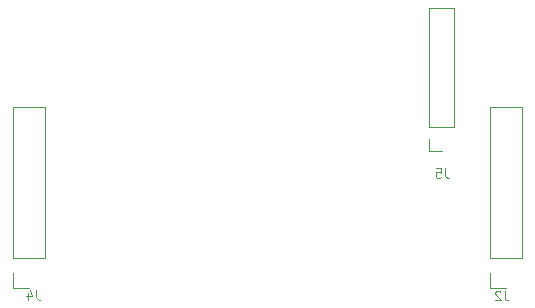
<source format=gbr>
%TF.GenerationSoftware,KiCad,Pcbnew,(7.0.0)*%
%TF.CreationDate,2023-03-19T21:05:42+01:00*%
%TF.ProjectId,ESP32-Touch_board,45535033-322d-4546-9f75-63685f626f61,rev?*%
%TF.SameCoordinates,Original*%
%TF.FileFunction,Legend,Bot*%
%TF.FilePolarity,Positive*%
%FSLAX46Y46*%
G04 Gerber Fmt 4.6, Leading zero omitted, Abs format (unit mm)*
G04 Created by KiCad (PCBNEW (7.0.0)) date 2023-03-19 21:05:42*
%MOMM*%
%LPD*%
G01*
G04 APERTURE LIST*
%ADD10C,0.100000*%
%ADD11C,0.120000*%
G04 APERTURE END LIST*
D10*
%TO.C,J5*%
X87941666Y-111043904D02*
X87941666Y-111615333D01*
X87941666Y-111615333D02*
X87979761Y-111729619D01*
X87979761Y-111729619D02*
X88055952Y-111805809D01*
X88055952Y-111805809D02*
X88170237Y-111843904D01*
X88170237Y-111843904D02*
X88246428Y-111843904D01*
X87179761Y-111043904D02*
X87560713Y-111043904D01*
X87560713Y-111043904D02*
X87598809Y-111424857D01*
X87598809Y-111424857D02*
X87560713Y-111386761D01*
X87560713Y-111386761D02*
X87484523Y-111348666D01*
X87484523Y-111348666D02*
X87294047Y-111348666D01*
X87294047Y-111348666D02*
X87217856Y-111386761D01*
X87217856Y-111386761D02*
X87179761Y-111424857D01*
X87179761Y-111424857D02*
X87141666Y-111501047D01*
X87141666Y-111501047D02*
X87141666Y-111691523D01*
X87141666Y-111691523D02*
X87179761Y-111767714D01*
X87179761Y-111767714D02*
X87217856Y-111805809D01*
X87217856Y-111805809D02*
X87294047Y-111843904D01*
X87294047Y-111843904D02*
X87484523Y-111843904D01*
X87484523Y-111843904D02*
X87560713Y-111805809D01*
X87560713Y-111805809D02*
X87598809Y-111767714D01*
%TO.C,J4*%
X53326666Y-121373904D02*
X53326666Y-121945333D01*
X53326666Y-121945333D02*
X53364761Y-122059619D01*
X53364761Y-122059619D02*
X53440952Y-122135809D01*
X53440952Y-122135809D02*
X53555237Y-122173904D01*
X53555237Y-122173904D02*
X53631428Y-122173904D01*
X52602856Y-121640571D02*
X52602856Y-122173904D01*
X52793332Y-121335809D02*
X52983809Y-121907238D01*
X52983809Y-121907238D02*
X52488570Y-121907238D01*
%TO.C,J2*%
X92976666Y-121413904D02*
X92976666Y-121985333D01*
X92976666Y-121985333D02*
X93014761Y-122099619D01*
X93014761Y-122099619D02*
X93090952Y-122175809D01*
X93090952Y-122175809D02*
X93205237Y-122213904D01*
X93205237Y-122213904D02*
X93281428Y-122213904D01*
X92633809Y-121490095D02*
X92595713Y-121452000D01*
X92595713Y-121452000D02*
X92519523Y-121413904D01*
X92519523Y-121413904D02*
X92329047Y-121413904D01*
X92329047Y-121413904D02*
X92252856Y-121452000D01*
X92252856Y-121452000D02*
X92214761Y-121490095D01*
X92214761Y-121490095D02*
X92176666Y-121566285D01*
X92176666Y-121566285D02*
X92176666Y-121642476D01*
X92176666Y-121642476D02*
X92214761Y-121756761D01*
X92214761Y-121756761D02*
X92671904Y-122213904D01*
X92671904Y-122213904D02*
X92176666Y-122213904D01*
D11*
%TO.C,J5*%
X86605000Y-97475000D02*
X88725000Y-97475000D01*
X86605000Y-107535000D02*
X86605000Y-97475000D01*
X86605000Y-107535000D02*
X88725000Y-107535000D01*
X86605000Y-108535000D02*
X86605000Y-109595000D01*
X86605000Y-109595000D02*
X87665000Y-109595000D01*
X88725000Y-107535000D02*
X88725000Y-97475000D01*
%TO.C,J4*%
X51400000Y-105855000D02*
X54060000Y-105855000D01*
X51400000Y-118615000D02*
X51400000Y-105855000D01*
X51400000Y-118615000D02*
X54060000Y-118615000D01*
X51400000Y-119885000D02*
X51400000Y-121215000D01*
X51400000Y-121215000D02*
X52730000Y-121215000D01*
X54060000Y-118615000D02*
X54060000Y-105855000D01*
%TO.C,J2*%
X91760000Y-105855000D02*
X94420000Y-105855000D01*
X91760000Y-118615000D02*
X91760000Y-105855000D01*
X91760000Y-118615000D02*
X94420000Y-118615000D01*
X91760000Y-119885000D02*
X91760000Y-121215000D01*
X91760000Y-121215000D02*
X93090000Y-121215000D01*
X94420000Y-118615000D02*
X94420000Y-105855000D01*
%TD*%
M02*

</source>
